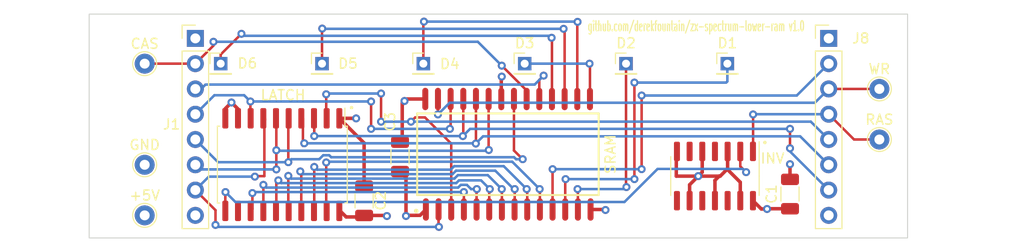
<source format=kicad_pcb>
(kicad_pcb (version 20211014) (generator pcbnew)
  (layers (0 "F.Cu" signal) (1 "In1.Cu" power) (2 "In2.Cu" power) (31 "B.Cu" signal) (34 "B.Paste" user) (35 "F.Paste" user) (36 "B.SilkS" user "B.Silkscreen") (37 "F.SilkS" user "F.Silkscreen") (38 "B.Mask" user) (39 "F.Mask" user) (44 "Edge.Cuts" user))
  (net 0 "")
  (net 1 "+5V")
  (net 2 "GND")
  (net 3 "ZX_CAS")
  (net 4 "ZX_D7")
  (net 5 "ZX_A6")
  (net 6 "ZX_A3")
  (net 7 "ZX_A4")
  (net 8 "ZX_A5")
  (net 9 "ZX_D6")
  (net 10 "ZX_D5")
  (net 11 "ZX_D4")
  (net 12 "ZX_D3")
  (net 13 "ZX_D2")
  (net 14 "ZX_D1")
  (net 16 "ZX_D0")
  (net 17 "ZX_WRITE")
  (net 18 "ZX_RAS")
  (net 19 "ZX_A0")
  (net 20 "ZX_A2")
  (net 21 "ZX_A1")
  (net 23 "RAS_INV")
  (net 30 "RAS_A6")
  (net 31 "RAS_A5")
  (net 32 "RAS_A4")
  (net 33 "RAS_A3")
  (net 34 "RAS_A2")
  (net 35 "RAS_A1")
  (net 36 "RAS_A0")
  (footprint "Connector_PinHeader_2.00mm:PinHeader_1x01_P2.00mm_Vertical" (layer "F.Cu") (at 121.92 88.9)
    (fp_text reference "D6" (at 2.68 -0.03) (layer "F.SilkS"))
    (fp_text value "D6")
    (fp_line (start -1.06 0) (end -1.06 -1.06) (layer "F.SilkS") (width 0.12))
    (fp_line (start 1.06 1) (end 1.06 1.06) (layer "F.SilkS") (width 0.12))
    (fp_line (start -1.06 1) (end -1.06 1.06) (layer "F.SilkS") (width 0.12))
    (fp_line (start -1.06 -1.06) (end 0 -1.06) (layer "F.SilkS") (width 0.12))
    (fp_line (start -1.06 1.06) (end 1.06 1.06) (layer "F.SilkS") (width 0.12))
    (fp_line (start -1.06 1) (end 1.06 1) (layer "F.SilkS") (width 0.12))
    (pad "1" thru_hole rect locked (at 0 0) (size 1.35 1.35) (drill 0.8) (layers *.Cu *.Mask) (net 9 "ZX_D6"))
  )
  (footprint "Connector_PinHeader_2.00mm:PinHeader_1x01_P2.00mm_Vertical" (layer "F.Cu") (at 162.56 88.9)
    (fp_text reference "D2" (at 0 -2.06) (layer "F.SilkS"))
    (fp_text value "D2")
    (fp_line (start -1.06 1) (end 1.06 1) (layer "F.SilkS") (width 0.12))
    (fp_line (start -1.06 1.06) (end 1.06 1.06) (layer "F.SilkS") (width 0.12))
    (fp_line (start -1.06 -1.06) (end 0 -1.06) (layer "F.SilkS") (width 0.12))
    (fp_line (start -1.06 1) (end -1.06 1.06) (layer "F.SilkS") (width 0.12))
    (fp_line (start -1.06 0) (end -1.06 -1.06) (layer "F.SilkS") (width 0.12))
    (fp_line (start 1.06 1) (end 1.06 1.06) (layer "F.SilkS") (width 0.12))
    (pad "1" thru_hole rect locked (at 0 0) (size 1.35 1.35) (drill 0.8) (layers *.Cu *.Mask) (net 13 "ZX_D2"))
  )
  (footprint "TestPoint:TestPoint_THTPad_D2.0mm_Drill1.0mm" (layer "F.Cu") (at 114.3 104.14)
    (fp_text reference "+5V" (at 0 -1.998) (layer "F.SilkS"))
    (fp_text value "TestPoint_THTPad_D2.0mm_Drill1.0mm")
    (fp_circle (center 0 0) (end 0 1.2) (layer "F.SilkS") (width 0.12) (fill none))
    (pad "1" thru_hole circle (at 0 0) (size 2 2) (drill 1) (layers *.Cu *.Mask) (net 1 "+5V"))
  )
  (footprint "Connector_PinHeader_2.00mm:PinHeader_1x01_P2.00mm_Vertical" (layer "F.Cu") (at 142.24 88.9)
    (fp_text reference "D4" (at 2.65 0.03) (layer "F.SilkS"))
    (fp_text value "D4")
    (fp_line (start -1.06 1) (end 1.06 1) (layer "F.SilkS") (width 0.12))
    (fp_line (start -1.06 0) (end -1.06 -1.06) (layer "F.SilkS") (width 0.12))
    (fp_line (start -1.06 -1.06) (end 0 -1.06) (layer "F.SilkS") (width 0.12))
    (fp_line (start -1.06 1) (end -1.06 1.06) (layer "F.SilkS") (width 0.12))
    (fp_line (start -1.06 1.06) (end 1.06 1.06) (layer "F.SilkS") (width 0.12))
    (fp_line (start 1.06 1) (end 1.06 1.06) (layer "F.SilkS") (width 0.12))
    (pad "1" thru_hole rect locked (at 0 0) (size 1.35 1.35) (drill 0.8) (layers *.Cu *.Mask) (net 11 "ZX_D4"))
  )
  (footprint "TestPoint:TestPoint_THTPad_D2.0mm_Drill1.0mm" (layer "F.Cu") (at 114.3 99.06)
    (fp_text reference "GND" (at 0 -1.998) (layer "F.SilkS"))
    (fp_text value "TestPoint_THTPad_D2.0mm_Drill1.0mm")
    (fp_circle (center 0 0) (end 0 1.2) (layer "F.SilkS") (width 0.12) (fill none))
    (pad "1" thru_hole circle (at 0 0) (size 2 2) (drill 1) (layers *.Cu *.Mask) (net 2 "GND"))
  )
  (footprint "Library:SOIC127P1210X305-28N" (layer "F.Cu") (at 150.718809 98 90)
    (fp_text reference "SRAM" (at 0 10.281191 90) (layer "F.SilkS") (effects (font (size 1.00137 1.00137))))
    (fp_text value "IS62C256AL-45ULI")
    (fp_line (start 4.1 -9.1) (end 4.1 9.1) (layer "F.SilkS") (width 0.2))
    (fp_line (start 4.1 9.1) (end -4.1 9.1) (layer "F.SilkS") (width 0.2))
    (fp_line (start -4.1 -9.1) (end 4.1 -9.1) (layer "F.SilkS") (width 0.2))
    (fp_line (start -4.1 9.1) (end -4.1 -9.1) (layer "F.SilkS") (width 0.2))
    (fp_circle (center -5.7 -9.2) (end -5.476394 -9.2) (layer "F.SilkS") (width 0) (fill solid))
    (pad "1" smd oval locked (at -5.55 -8.225 90) (size 2.25 0.6) (layers "F.Cu" "F.Paste" "F.Mask") (net 2 "GND"))
    (pad "2" smd oval locked (at -5.55 -6.955 90) (size 2.25 0.6) (layers "F.Cu" "F.Paste" "F.Mask") (net 8 "ZX_A5"))
    (pad "3" smd oval locked (at -5.55 -5.685 90) (size 2.25 0.6) (layers "F.Cu" "F.Paste" "F.Mask") (net 19 "ZX_A0"))
    (pad "4" smd oval locked (at -5.55 -4.415 90) (size 2.25 0.6) (layers "F.Cu" "F.Paste" "F.Mask") (net 30 "RAS_A6"))
    (pad "5" smd oval locked (at -5.55 -3.145 90) (size 2.25 0.6) (layers "F.Cu" "F.Paste" "F.Mask") (net 31 "RAS_A5"))
    (pad "6" smd oval locked (at -5.55 -1.875 90) (size 2.25 0.6) (layers "F.Cu" "F.Paste" "F.Mask") (net 32 "RAS_A4"))
    (pad "7" smd oval locked (at -5.55 -0.605 90) (size 2.25 0.6) (layers "F.Cu" "F.Paste" "F.Mask") (net 33 "RAS_A3"))
    (pad "8" smd oval locked (at -5.55 0.665 90) (size 2.25 0.6) (layers "F.Cu" "F.Paste" "F.Mask") (net 34 "RAS_A2"))
    (pad "9" smd oval locked (at -5.55 1.935 90) (size 2.25 0.6) (layers "F.Cu" "F.Paste" "F.Mask") (net 35 "RAS_A1"))
    (pad "10" smd oval locked (at -5.55 3.205 90) (size 2.25 0.6) (layers "F.Cu" "F.Paste" "F.Mask") (net 36 "RAS_A0"))
    (pad "11" smd oval locked (at -5.55 4.475 90) (size 2.25 0.6) (layers "F.Cu" "F.Paste" "F.Mask") (net 16 "ZX_D0"))
    (pad "12" smd oval locked (at -5.55 5.745 90) (size 2.25 0.6) (layers "F.Cu" "F.Paste" "F.Mask") (net 14 "ZX_D1"))
    (pad "13" smd oval locked (at -5.55 7.015 90) (size 2.25 0.6) (layers "F.Cu" "F.Paste" "F.Mask") (net 13 "ZX_D2"))
    (pad "14" smd oval locked (at -5.55 8.285 90) (size 2.25 0.6) (layers "F.Cu" "F.Paste" "F.Mask") (net 2 "GND"))
    (pad "15" smd oval locked (at 5.55 8.225 270) (size 2.25 0.6) (layers "F.Cu" "F.Paste" "F.Mask") (net 12 "ZX_D3"))
    (pad "16" smd oval locked (at 5.55 6.955 270) (size 2.25 0.6) (layers "F.Cu" "F.Paste" "F.Mask") (net 11 "ZX_D4"))
    (pad "17" smd oval locked (at 5.55 5.685 270) (size 2.25 0.6) (layers "F.Cu" "F.Paste" "F.Mask") (net 10 "ZX_D5"))
    (pad "18" smd oval locked (at 5.55 4.415 270) (size 2.25 0.6) (layers "F.Cu" "F.Paste" "F.Mask") (net 9 "ZX_D6"))
    (pad "19" smd oval locked (at 5.55 3.145 270) (size 2.25 0.6) (layers "F.Cu" "F.Paste" "F.Mask") (net 4 "ZX_D7"))
    (pad "20" smd oval locked (at 5.55 1.875 270) (size 2.25 0.6) (layers "F.Cu" "F.Paste" "F.Mask") (net 3 "ZX_CAS"))
    (pad "21" smd oval locked (at 5.55 0.605 270) (size 2.25 0.6) (layers "F.Cu" "F.Paste" "F.Mask") (net 6 "ZX_A3"))
    (pad "22" smd oval locked (at 5.55 -0.665 270) (size 2.25 0.6) (layers "F.Cu" "F.Paste" "F.Mask") (net 2 "GND"))
    (pad "23" smd oval locked (at 5.55 -1.935 270) (size 2.25 0.6) (layers "F.Cu" "F.Paste" "F.Mask") (net 7 "ZX_A4"))
    (pad "24" smd oval locked (at 5.55 -3.205 270) (size 2.25 0.6) (layers "F.Cu" "F.Paste" "F.Mask") (net 20 "ZX_A2"))
    (pad "25" smd oval locked (at 5.55 -4.475 270) (size 2.25 0.6) (layers "F.Cu" "F.Paste" "F.Mask") (net 21 "ZX_A1"))
    (pad "26" smd oval locked (at 5.55 -5.745 270) (size 2.25 0.6) (layers "F.Cu" "F.Paste" "F.Mask") (net 5 "ZX_A6"))
    (pad "27" smd oval locked (at 5.55 -7.015 270) (size 2.25 0.6) (layers "F.Cu" "F.Paste" "F.Mask") (net 17 "ZX_WRITE"))
    (pad "28" smd oval locked (at 5.55 -8.285 270) (size 2.25 0.6) (layers "F.Cu" "F.Paste" "F.Mask") (net 1 "+5V"))
  )
  (footprint "TestPoint:TestPoint_THTPad_D2.0mm_Drill1.0mm" (layer "F.Cu") (at 114.3 88.9)
    (fp_text reference "CAS" (at 0 -1.998) (layer "F.SilkS"))
    (fp_text value "TestPoint_THTPad_D2.0mm_Drill1.0mm")
    (fp_circle (center 0 0) (end 0 1.2) (layer "F.SilkS") (width 0.12) (fill none))
    (pad "1" thru_hole circle (at 0 0) (size 2 2) (drill 1) (layers *.Cu *.Mask) (net 3 "ZX_CAS"))
  )
  (footprint "Connector_PinHeader_2.54mm:PinHeader_1x08_P2.54mm_Vertical" (layer "F.Cu") (at 119.38 86.36)
    (fp_text reference "J1" (at -2.38 8.64) (layer "F.SilkS"))
    (fp_text value "Conn_01x08_Male")
    (fp_line (start -1.33 0) (end -1.33 -1.33) (layer "F.SilkS") (width 0.12))
    (fp_line (start -1.33 19.11) (end 1.33 19.11) (layer "F.SilkS") (width 0.12))
    (fp_line (start 1.33 1.27) (end 1.33 19.11) (layer "F.SilkS") (width 0.12))
    (fp_line (start -1.33 1.27) (end -1.33 19.11) (layer "F.SilkS") (width 0.12))
    (fp_line (start -1.33 -1.33) (end 0 -1.33) (layer "F.SilkS") (width 0.12))
    (fp_line (start -1.33 1.27) (end 1.33 1.27) (layer "F.SilkS") (width 0.12))
    (pad "1" thru_hole rect locked (at 0 0) (size 1.7 1.7) (drill 1) (layers *.Cu *.Mask) (net 2 "GND"))
    (pad "2" thru_hole oval locked (at 0 2.54) (size 1.7 1.7) (drill 1) (layers *.Cu *.Mask) (net 3 "ZX_CAS"))
    (pad "3" thru_hole oval locked (at 0 5.08) (size 1.7 1.7) (drill 1) (layers *.Cu *.Mask) (net 4 "ZX_D7"))
    (pad "4" thru_hole oval locked (at 0 7.62) (size 1.7 1.7) (drill 1) (layers *.Cu *.Mask) (net 5 "ZX_A6"))
    (pad "5" thru_hole oval locked (at 0 10.16) (size 1.7 1.7) (drill 1) (layers *.Cu *.Mask) (net 6 "ZX_A3"))
    (pad "6" thru_hole oval locked (at 0 12.7) (size 1.7 1.7) (drill 1) (layers *.Cu *.Mask) (net 7 "ZX_A4"))
    (pad "7" thru_hole oval locked (at 0 15.24) (size 1.7 1.7) (drill 1) (layers *.Cu *.Mask) (net 8 "ZX_A5"))
    (pad "8" thru_hole oval locked (at 0 17.78) (size 1.7 1.7) (drill 1) (layers *.Cu *.Mask) (net 1 "+5V"))
  )
  (footprint "Capacitor_SMD:C_1206_3216Metric" (layer "F.Cu") (at 179 102 90)
    (fp_text reference "C1" (at 0 -1.85 90) (layer "F.SilkS"))
    (fp_text value "C_Small")
    (fp_line (start -0.711252 -0.91) (end 0.711252 -0.91) (layer "F.SilkS") (width 0.12))
    (fp_line (start -0.711252 0.91) (end 0.711252 0.91) (layer "F.SilkS") (width 0.12))
    (pad "1" smd roundrect locked (at -1.475 0 90) (size 1.15 1.8) (layers "F.Cu" "F.Paste" "F.Mask") (roundrect_rratio 0.217391) (net 1 "+5V"))
    (pad "2" smd roundrect locked (at 1.475 0 90) (size 1.15 1.8) (layers "F.Cu" "F.Paste" "F.Mask") (roundrect_rratio 0.217391) (net 2 "GND"))
  )
  (footprint "Capacitor_SMD:C_1206_3216Metric" (layer "F.Cu") (at 136.3 102.675 90)
    (fp_text reference "C2" (at 0 1.659826 90) (layer "F.SilkS"))
    (fp_text value "C_Small")
    (fp_line (start -0.711252 0.91) (end 0.711252 0.91) (layer "F.SilkS") (width 0.12))
    (fp_line (start -0.711252 -0.91) (end 0.711252 -0.91) (layer "F.SilkS") (width 0.12))
    (pad "1" smd roundrect locked (at -1.475 0 90) (size 1.15 1.8) (layers "F.Cu" "F.Paste" "F.Mask") (roundrect_rratio 0.217391) (net 1 "+5V"))
    (pad "2" smd roundrect locked (at 1.475 0 90) (size 1.15 1.8) (layers "F.Cu" "F.Paste" "F.Mask") (roundrect_rratio 0.217391) (net 2 "GND"))
  )
  (footprint "Connector_PinHeader_2.54mm:PinHeader_1x08_P2.54mm_Vertical" (layer "F.Cu") (at 182.88 86.36)
    (fp_text reference "J8" (at 3.22 0) (layer "F.SilkS"))
    (fp_text value "Conn_01x08_Male")
    (fp_line (start -1.33 0) (end -1.33 -1.33) (layer "F.SilkS") (width 0.12))
    (fp_line (start -1.33 1.27) (end -1.33 19.11) (layer "F.SilkS") (width 0.12))
    (fp_line (start 1.33 1.27) (end 1.33 19.11) (layer "F.SilkS") (width 0.12))
    (fp_line (start -1.33 1.27) (end 1.33 1.27) (layer "F.SilkS") (width 0.12))
    (fp_line (start -1.33 19.11) (end 1.33 19.11) (layer "F.SilkS") (width 0.12))
    (fp_line (start -1.33 -1.33) (end 0 -1.33) (layer "F.SilkS") (width 0.12))
    (pad "1" thru_hole rect locked (at 0 0) (size 1.7 1.7) (drill 1) (layers *.Cu *.Mask))
    (pad "2" thru_hole oval locked (at 0 2.54) (size 1.7 1.7) (drill 1) (layers *.Cu *.Mask) (net 16 "ZX_D0"))
    (pad "3" thru_hole oval locked (at 0 5.08) (size 1.7 1.7) (drill 1) (layers *.Cu *.Mask) (net 17 "ZX_WRITE"))
    (pad "4" thru_hole oval locked (at 0 7.62) (size 1.7 1.7) (drill 1) (layers *.Cu *.Mask) (net 18 "ZX_RAS"))
    (pad "5" thru_hole oval locked (at 0 10.16) (size 1.7 1.7) (drill 1) (layers *.Cu *.Mask) (net 19 "ZX_A0"))
    (pad "6" thru_hole oval locked (at 0 12.7) (size 1.7 1.7) (drill 1) (layers *.Cu *.Mask) (net 20 "ZX_A2"))
    (pad "7" thru_hole oval locked (at 0 15.24) (size 1.7 1.7) (drill 1) (layers *.Cu *.Mask) (net 21 "ZX_A1"))
    (pad "8" thru_hole oval locked (at 0 17.78) (size 1.7 1.7) (drill 1) (layers *.Cu *.Mask))
  )
  (footprint "Connector_PinHeader_2.00mm:PinHeader_1x01_P2.00mm_Vertical" (layer "F.Cu") (at 132.08 88.9)
    (fp_text reference "D5" (at 2.6 -0.01) (layer "F.SilkS"))
    (fp_text value "D5")
    (fp_line (start 1.06 1) (end 1.06 1.06) (layer "F.SilkS") (width 0.12))
    (fp_line (start -1.06 1.06) (end 1.06 1.06) (layer "F.SilkS") (width 0.12))
    (fp_line (start -1.06 -1.06) (end 0 -1.06) (layer "F.SilkS") (width 0.12))
    (fp_line (start -1.06 1) (end -1.06 1.06) (layer "F.SilkS") (width 0.12))
    (fp_line (start -1.06 0) (end -1.06 -1.06) (layer "F.SilkS") (width 0.12))
    (fp_line (start -1.06 1) (end 1.06 1) (layer "F.SilkS") (width 0.12))
    (pad "1" thru_hole rect locked (at 0 0) (size 1.35 1.35) (drill 0.8) (layers *.Cu *.Mask) (net 10 "ZX_D5"))
  )
  (footprint "Connector_PinHeader_2.00mm:PinHeader_1x01_P2.00mm_Vertical" (layer "F.Cu") (at 172.72 88.9)
    (fp_text reference "D1" (at 0 -2.06) (layer "F.SilkS"))
    (fp_text value "D1")
    (fp_line (start -1.06 1.06) (end 1.06 1.06) (layer "F.SilkS") (width 0.12))
    (fp_line (start -1.06 0) (end -1.06 -1.06) (layer "F.SilkS") (width 0.12))
    (fp_line (start -1.06 -1.06) (end 0 -1.06) (layer "F.SilkS") (width 0.12))
    (fp_line (start -1.06 1) (end -1.06 1.06) (layer "F.SilkS") (width 0.12))
    (fp_line (start -1.06 1) (end 1.06 1) (layer "F.SilkS") (width 0.12))
    (fp_line (start 1.06 1) (end 1.06 1.06) (layer "F.SilkS") (width 0.12))
    (pad "1" thru_hole rect locked (at 0 0) (size 1.35 1.35) (drill 0.8) (layers *.Cu *.Mask) (net 14 "ZX_D1"))
  )
  (footprint "Package_SO:SOIC-20W_7.5x12.8mm_P1.27mm" (layer "F.Cu") (at 128.1 99.04 -90)
    (fp_text reference "LATCH" (at -6.98 -0.07) (layer "F.SilkS"))
    (fp_text value "74HCT574")
    (fp_line (start 0 6.51) (end 3.86 6.51) (layer "F.SilkS") (width 0.12))
    (fp_line (start 3.86 6.51) (end 3.86 6.275) (layer "F.SilkS") (width 0.12))
    (fp_line (start -3.86 -6.51) (end -3.86 -6.275) (layer "F.SilkS") (width 0.12))
    (fp_line (start 0 -6.51) (end 3.86 -6.51) (layer "F.SilkS") (width 0.12))
    (fp_line (start 0 6.51) (end -3.86 6.51) (layer "F.SilkS") (width 0.12))
    (fp_line (start -3.86 6.51) (end -3.86 6.275) (layer "F.SilkS") (width 0.12))
    (fp_line (start 0 -6.51) (end -3.86 -6.51) (layer "F.SilkS") (width 0.12))
    (fp_line (start 3.86 -6.51) (end 3.86 -6.275) (layer "F.SilkS") (width 0.12))
    (fp_line (start -3.86 -6.275) (end -5.675 -6.275) (layer "F.SilkS") (width 0.12))
    (pad "1" smd roundrect locked (at -4.65 -5.715 270) (size 2.05 0.6) (layers "F.Cu" "F.Paste" "F.Mask") (net 2 "GND"))
    (pad "2" smd roundrect locked (at -4.65 -4.445 270) (size 2.05 0.6) (layers "F.Cu" "F.Paste" "F.Mask") (net 19 "ZX_A0"))
    (pad "3" smd roundrect locked (at -4.65 -3.175 270) (size 2.05 0.6) (layers "F.Cu" "F.Paste" "F.Mask") (net 21 "ZX_A1"))
    (pad "4" smd roundrect locked (at -4.65 -1.905 270) (size 2.05 0.6) (layers "F.Cu" "F.Paste" "F.Mask") (net 20 "ZX_A2"))
    (pad "5" smd roundrect locked (at -4.65 -0.635 270) (size 2.05 0.6) (layers "F.Cu" "F.Paste" "F.Mask") (net 6 "ZX_A3"))
    (pad "6" smd roundrect locked (at -4.65 0.635 270) (size 2.05 0.6) (layers "F.Cu" "F.Paste" "F.Mask") (net 7 "ZX_A4"))
    (pad "7" smd roundrect locked (at -4.65 1.905 270) (size 2.05 0.6) (layers "F.Cu" "F.Paste" "F.Mask") (net 8 "ZX_A5"))
    (pad "8" smd roundrect locked (at -4.65 3.175 270) (size 2.05 0.6) (layers "F.Cu" "F.Paste" "F.Mask") (net 5 "ZX_A6"))
    (pad "9" smd roundrect locked (at -4.65 4.445 270) (size 2.05 0.6) (layers "F.Cu" "F.Paste" "F.Mask") (net 2 "GND"))
    (pad "10" smd roundrect locked (at -4.65 5.715 270) (size 2.05 0.6) (layers "F.Cu" "F.Paste" "F.Mask") (net 2 "GND"))
    (pad "11" smd roundrect locked (at 4.65 5.715 270) (size 2.05 0.6) (layers "F.Cu" "F.Paste" "F.Mask") (net 23 "RAS_INV"))
    (pad "12" smd roundrect locked (at 4.65 4.445 270) (size 2.05 0.6) (layers "F.Cu" "F.Paste" "F.Mask"))
    (pad "13" smd roundrect locked (at 4.65 3.175 270) (size 2.05 0.6) (layers "F.Cu" "F.Paste" "F.Mask") (net 30 "RAS_A6"))
    (pad "14" smd roundrect locked (at 4.65 1.905 270) (size 2.05 0.6) (layers "F.Cu" "F.Paste" "F.Mask") (net 31 "RAS_A5"))
    (pad "15" smd roundrect locked (at 4.65 0.635 270) (size 2.05 0.6) (layers "F.Cu" "F.Paste" "F.Mask") (net 32 "RAS_A4"))
    (pad "16" smd roundrect locked (at 4.65 -0.635 270) (size 2.05 0.6) (layers "F.Cu" "F.Paste" "F.Mask") (net 33 "RAS_A3"))
    (pad "17" smd roundrect locked (at 4.65 -1.905 270) (size 2.05 0.6) (layers "F.Cu" "F.Paste" "F.Mask") (net 34 "RAS_A2"))
    (pad "18" smd roundrect locked (at 4.65 -3.175 270) (size 2.05 0.6) (layers "F.Cu" "F.Paste" "F.Mask") (net 35 "RAS_A1"))
    (pad "19" smd roundrect locked (at 4.65 -4.445 270) (size 2.05 0.6) (layers "F.Cu" "F.Paste" "F.Mask") (net 36 "RAS_A0"))
    (pad "20" smd roundrect locked (at 4.65 -5.715 270) (size 2.05 0.6) (layers "F.Cu" "F.Paste" "F.Mask") (net 1 "+5V"))
  )
  (footprint "Package_SO:SOIC-14_3.9x8.7mm_P1.27mm" (layer "F.Cu") (at 171.475 100.19 -90)
    (fp_text reference "INV" (at -1.77 -5.775) (layer "F.SilkS"))
    (fp_text value "74HCT04")
    (fp_line (start 0 -4.435) (end 1.95 -4.435) (layer "F.SilkS") (width 0.12))
    (fp_line (start 0 4.435) (end -1.95 4.435) (layer "F.SilkS") (width 0.12))
    (fp_line (start 0 4.435) (end 1.95 4.435) (layer "F.SilkS") (width 0.12))
    (fp_line (start 0 -4.435) (end -3.45 -4.435) (layer "F.SilkS") (width 0.12))
    (pad "1" smd roundrect locked (at -2.475 -3.81 270) (size 1.95 0.6) (layers "F.Cu" "F.Paste" "F.Mask") (net 18 "ZX_RAS"))
    (pad "2" smd roundrect locked (at -2.475 -2.54 270) (size 1.95 0.6) (layers "F.Cu" "F.Paste" "F.Mask") (net 23 "RAS_INV"))
    (pad "3" smd roundrect locked (at -2.475 -1.27 270) (size 1.95 0.6) (layers "F.Cu" "F.Paste" "F.Mask") (net 2 "GND"))
    (pad "4" smd roundrect locked (at -2.475 0 270) (size 1.95 0.6) (layers "F.Cu" "F.Paste" "F.Mask"))
    (pad "5" smd roundrect locked (at -2.475 1.27 270) (size 1.95 0.6) (layers "F.Cu" "F.Paste" "F.Mask") (net 2 "GND"))
    (pad "6" smd roundrect locked (at -2.475 2.54 270) (size 1.95 0.6) (layers "F.Cu" "F.Paste" "F.Mask"))
    (pad "7" smd roundrect locked (at -2.475 3.81 270) (size 1.95 0.6) (layers "F.Cu" "F.Paste" "F.Mask") (net 2 "GND"))
    (pad "8" smd roundrect locked (at 2.475 3.81 270) (size 1.95 0.6) (layers "F.Cu" "F.Paste" "F.Mask"))
    (pad "9" smd roundrect locked (at 2.475 2.54 270) (size 1.95 0.6) (layers "F.Cu" "F.Paste" "F.Mask") (net 2 "GND"))
    (pad "10" smd roundrect locked (at 2.475 1.27 270) (size 1.95 0.6) (layers "F.Cu" "F.Paste" "F.Mask"))
    (pad "11" smd roundrect locked (at 2.475 0 270) (size 1.95 0.6) (layers "F.Cu" "F.Paste" "F.Mask") (net 2 "GND"))
    (pad "12" smd roundrect locked (at 2.475 -1.27 270) (size 1.95 0.6) (layers "F.Cu" "F.Paste" "F.Mask"))
    (pad "13" smd roundrect locked (at 2.475 -2.54 270) (size 1.95 0.6) (layers "F.Cu" "F.Paste" "F.Mask") (net 2 "GND"))
    (pad "14" smd roundrect locked (at 2.475 -3.81 270) (size 1.95 0.6) (layers "F.Cu" "F.Paste" "F.Mask") (net 1 "+5V"))
  )
  (footprint "TestPoint:TestPoint_THTPad_D2.0mm_Drill1.0mm" (layer "F.Cu") (at 187.96 96.52)
    (fp_text reference "RAS" (at 0 -1.998) (layer "F.SilkS"))
    (fp_text value "TestPoint_THTPad_D2.0mm_Drill1.0mm")
    (fp_circle (center 0 0) (end 0 1.2) (layer "F.SilkS") (width 0.12) (fill none))
    (pad "1" thru_hole circle (at 0 0) (size 2 2) (drill 1) (layers *.Cu *.Mask) (net 18 "ZX_RAS"))
  )
  (footprint "Connector_PinHeader_2.00mm:PinHeader_1x01_P2.00mm_Vertical" (layer "F.Cu") (at 152.4 88.9)
    (fp_text reference "D3" (at 0 -2.06) (layer "F.SilkS"))
    (fp_text value "D3")
    (fp_line (start -1.06 1.06) (end 1.06 1.06) (layer "F.SilkS") (width 0.12))
    (fp_line (start -1.06 0) (end -1.06 -1.06) (layer "F.SilkS") (width 0.12))
    (fp_line (start 1.06 1) (end 1.06 1.06) (layer "F.SilkS") (width 0.12))
    (fp_line (start -1.06 1) (end 1.06 1) (layer "F.SilkS") (width 0.12))
    (fp_line (start -1.06 1) (end -1.06 1.06) (layer "F.SilkS") (width 0.12))
    (fp_line (start -1.06 -1.06) (end 0 -1.06) (layer "F.SilkS") (width 0.12))
    (pad "1" thru_hole rect locked (at 0 0) (size 1.35 1.35) (drill 0.8) (layers *.Cu *.Mask) (net 12 "ZX_D3"))
  )
  (footprint "Capacitor_SMD:C_1206_3216Metric" (layer "F.Cu") (at 139.9 98.264583 -90)
    (fp_text reference "C3" (at -3.525 1 90) (layer "F.SilkS"))
    (fp_text value "C_Small")
    (fp_line (start -0.711252 -0.91) (end 0.711252 -0.91) (layer "F.SilkS") (width 0.12))
    (fp_line (start -0.711252 0.91) (end 0.711252 0.91) (layer "F.SilkS") (width 0.12))
    (pad "1" smd roundrect (at -1.475 0 270) (size 1.15 1.8) (layers "F.Cu" "F.Paste" "F.Mask") (roundrect_rratio 0.217391) (net 1 "+5V"))
    (pad "2" smd roundrect (at 1.475 0 270) (size 1.15 1.8) (layers "F.Cu" "F.Paste" "F.Mask") (roundrect_rratio 0.217391) (net 2 "GND"))
  )
  (footprint "TestPoint:TestPoint_THTPad_D2.0mm_Drill1.0mm" (layer "F.Cu") (at 187.96 91.44)
    (fp_text reference "WR" (at 0 -1.998) (layer "F.SilkS"))
    (fp_text value "TestPoint_THTPad_D2.0mm_Drill1.0mm")
    (fp_circle (center 0 0) (end 0 1.2) (layer "F.SilkS") (width 0.12) (fill none))
    (pad "1" thru_hole circle (at 0 0) (size 2 2) (drill 1) (layers *.Cu *.Mask) (net 17 "ZX_WRITE"))
  )
  (gr_circle (center 135.04 93.32) (end 135.14 93.32) (layer "F.SilkS") (width 0.15) (fill none))
  (gr_circle (center 176.48 96.82) (end 176.58 96.82) (layer "F.SilkS") (width 0.15) (fill none))
  (gr_rect locked (start 108.735694 83.921454) (end 190.788015 106.408096) (layer "Edge.Cuts") (width 0.1) (fill none))
  (gr_text "github.com/derekfountain/zx-spectrum-lower-ram v1.0" (at 169.59 85.13) (layer "F.SilkS") (effects (font (size 1 0.5) (thickness 0.125))))
  (segment (start 133.815 103.69) (end 133.89 103.69) (width 0.35) (layer "F.Cu") (net 1))
  (segment (start 176.725 103.475) (end 179 103.475) (width 0.35) (layer "F.Cu") (net 1))
  (segment (start 176.7 103.5) (end 176.12 103.5) (width 0.35) (layer "F.Cu") (net 1))
  (segment (start 140.121235 92.878765) (end 140.35 92.65) (width 0.35) (layer "F.Cu") (net 1))
  (segment (start 176.12 103.5) (end 175.285 102.665) (width 0.35) (layer "F.Cu") (net 1))
  (segment (start 134.5 104.3) (end 136.15 104.3) (width 0.35) (layer "F.Cu") (net 1))
  (segment (start 140.35 92.65) (end 140.55 92.45) (width 0.35) (layer "F.Cu") (net 1))
  (segment (start 133.89 103.69) (end 134.5 104.3) (width 0.35) (layer "F.Cu") (net 1))
  (segment (start 138.529739 104.15) (end 138.585685 104.205946) (width 0.35) (layer "F.Cu") (net 1))
  (segment (start 136.3 104.15) (end 138.529739 104.15) (width 0.35) (layer "F.Cu") (net 1))
  (segment (start 140.121235 96.568348) (end 140.121235 92.878765) (width 0.35) (layer "F.Cu") (net 1))
  (segment (start 139.9 96.789583) (end 140.121235 96.568348) (width 0.35) (layer "F.Cu") (net 1))
  (segment (start 140.55 92.45) (end 142.433809 92.45) (width 0.35) (layer "F.Cu") (net 1))
  (segment (start 176.7 103.5) (end 176.725 103.475) (width 0.35) (layer "F.Cu") (net 1))
  (via (at 138.585685 104.205946) (size 0.8) (drill 0.4) (layers "F.Cu" "B.Cu") (net 1))
  (via (at 176.7 103.5) (size 0.8) (drill 0.4) (layers "F.Cu" "B.Cu") (net 1))
  (via (at 140.35 92.65) (size 0.8) (drill 0.4) (layers "F.Cu" "B.Cu") (net 1))
  (segment (start 141.903809 104.14) (end 140.56 104.14) (width 0.35) (layer "F.Cu") (net 2))
  (segment (start 136.3 96.875) (end 136.3 101.2) (width 0.35) (layer "F.Cu") (net 2))
  (segment (start 140.5 104.2) (end 140.5 100.339583) (width 0.35) (layer "F.Cu") (net 2))
  (segment (start 167.6 100.2) (end 167.6 97.78) (width 0.35) (layer "F.Cu") (net 2))
  (segment (start 172.745 99.455) (end 172.7 99.5) (width 0.35) (layer "F.Cu") (net 2))
  (segment (start 169.8 100.2) (end 170.2 99.8) (width 0.35) (layer "F.Cu") (net 2))
  (segment (start 159.003809 103.55) (end 160.45 103.55) (width 0.35) (layer "F.Cu") (net 2))
  (segment (start 167.6 97.78) (end 167.665 97.715) (width 0.35) (layer "F.Cu") (net 2))
  (segment (start 172.7 99.5) (end 172 100.2) (width 0.35) (layer "F.Cu") (net 2))
  (segment (start 171.9 100.2) (end 169.8 100.2) (width 0.35) (layer "F.Cu") (net 2))
  (segment (start 135.49 94.39) (end 135.5 94.4) (width 0.35) (layer "F.Cu") (net 2))
  (segment (start 174.015 102.665) (end 174.015 100.815) (width 0.35) (layer "F.Cu") (net 2))
  (segment (start 140.5 100.339583) (end 139.9 99.739583) (width 0.35) (layer "F.Cu") (net 2))
  (segment (start 133.815 94.39) (end 135.49 94.39) (width 0.35) (layer "F.Cu") (net 2))
  (segment (start 170.2 99.8) (end 170.2 97.72) (width 0.35) (layer "F.Cu") (net 2))
  (segment (start 160.45 103.55) (end 160.5 103.6) (width 0.35) (layer "F.Cu") (net 2))
  (segment (start 172.745 97.715) (end 172.745 99.455) (width 0.35) (layer "F.Cu") (net 2))
  (segment (start 169.8 100.2) (end 167.6 100.2) (width 0.35) (layer "F.Cu") (net 2))
  (segment (start 142.493809 103.55) (end 141.903809 104.14) (width 0.35) (layer "F.Cu") (net 2))
  (segment (start 171.475 102.665) (end 171.475 100.625) (width 0.35) (layer "F.Cu") (net 2))
  (segment (start 140.56 104.14) (end 140.5 104.2) (width 0.35) (layer "F.Cu") (net 2))
  (segment (start 122.385 93.415) (end 123 92.8) (width 0.35) (layer "F.Cu") (net 2))
  (segment (start 123.655 93.455) (end 123 92.8) (width 0.35) (layer "F.Cu") (net 2))
  (segment (start 133.815 94.39) (end 136.3 96.875) (width 0.35) (layer "F.Cu") (net 2))
  (segment (start 168.935 101.065) (end 169.8 100.2) (width 0.35) (layer "F.Cu") (net 2))
  (segment (start 171.475 100.625) (end 171.9 100.2) (width 0.35) (layer "F.Cu") (net 2))
  (segment (start 172 100.2) (end 171.9 100.2) (width 0.35) (layer "F.Cu") (net 2))
  (segment (start 168.935 102.665) (end 168.935 101.065) (width 0.35) (layer "F.Cu") (net 2))
  (segment (start 174.015 100.815) (end 172.7 99.5) (width 0.35) (layer "F.Cu") (net 2))
  (segment (start 150.053809 90.246191) (end 150.1 90.2) (width 0.35) (layer "F.Cu") (net 2))
  (segment (start 150.053809 92.45) (end 150.053809 90.246191) (width 0.35) (layer "F.Cu") (net 2))
  (segment (start 170.2 97.72) (end 170.205 97.715) (width 0.35) (layer "F.Cu") (net 2))
  (segment (start 179 100.525) (end 179 99) (width 0.35) (layer "F.Cu") (net 2))
  (via (at 135.5 94.4) (size 0.8) (drill 0.4) (layers "F.Cu" "B.Cu") (net 2))
  (via (at 179 99) (size 0.8) (drill 0.4) (layers "F.Cu" "B.Cu") (net 2))
  (via (at 150.1 90.2) (size 0.8) (drill 0.4) (layers "F.Cu" "B.Cu") (net 2))
  (via (at 140.5 104.2) (size 0.8) (drill 0.4) (layers "F.Cu" "B.Cu") (net 2))
  (via (at 123 92.8) (size 0.8) (drill 0.4) (layers "F.Cu" "B.Cu") (net 2))
  (via (at 169.8 100.2) (size 0.8) (drill 0.4) (layers "F.Cu" "B.Cu") (net 2))
  (via (at 160.5 103.6) (size 0.8) (drill 0.4) (layers "F.Cu" "B.Cu") (net 2))
  (segment (start 150.1 89.1) (end 152.6 91.6) (width 0.25) (layer "F.Cu") (net 3))
  (segment (start 152.6 91.6) (end 152.6 92.443809) (width 0.25) (layer "F.Cu") (net 3))
  (segment (start 119.38 88.9) (end 114.3 88.9) (width 0.25) (layer "F.Cu") (net 3))
  (segment (start 152.6 92.443809) (end 152.593809 92.45) (width 0.25) (layer "F.Cu") (net 3))
  (segment (start 121.1955 86.7) (end 121.1955 87.0845) (width 0.25) (layer "F.Cu") (net 3))
  (segment (start 121.1955 87.0845) (end 119.38 88.9) (width 0.25) (layer "F.Cu") (net 3))
  (via (at 150.1 89.1) (size 0.8) (drill 0.4) (layers "F.Cu" "B.Cu") (net 3))
  (via (at 121.1955 86.7) (size 0.8) (drill 0.4) (layers "F.Cu" "B.Cu") (net 3))
  (segment (start 147.7 86.7) (end 150.1 89.1) (width 0.25) (layer "B.Cu") (net 3))
  (segment (start 121.1955 86.7) (end 147.7 86.7) (width 0.25) (layer "B.Cu") (net 3))
  (segment (start 154.3 90.1) (end 153.863809 90.536191) (width 0.25) (layer "F.Cu") (net 4))
  (segment (start 153.863809 90.536191) (end 153.863809 92.45) (width 0.25) (layer "F.Cu") (net 4))
  (via (at 154.3 90.1) (size 0.8) (drill 0.4) (layers "F.Cu" "B.Cu") (net 4))
  (segment (start 119.96 91.44) (end 120.4 91) (width 0.25) (layer "B.Cu") (net 4))
  (segment (start 154.3 90.1) (end 153.4 91) (width 0.25) (layer "B.Cu") (net 4))
  (segment (start 153.4 91) (end 120.4 91) (width 0.25) (layer "B.Cu") (net 4))
  (segment (start 119.38 91.44) (end 119.96 91.44) (width 0.25) (layer "B.Cu") (net 4))
  (segment (start 124.9 92.7) (end 124.9 94.365) (width 0.25) (layer "F.Cu") (net 5))
  (segment (start 137 95.451) (end 137 92.7) (width 0.25) (layer "F.Cu") (net 5))
  (segment (start 144.973809 95.377191) (end 144.9 95.451) (width 0.25) (layer "F.Cu") (net 5))
  (segment (start 124.9 94.365) (end 124.925 94.39) (width 0.25) (layer "F.Cu") (net 5))
  (segment (start 144.973809 92.45) (end 144.973809 95.377191) (width 0.25) (layer "F.Cu") (net 5))
  (via (at 137 95.451) (size 0.8) (drill 0.4) (layers "F.Cu" "B.Cu") (net 5))
  (via (at 144.9 95.451) (size 0.8) (drill 0.4) (layers "F.Cu" "B.Cu") (net 5))
  (via (at 137 92.7) (size 0.8) (drill 0.4) (layers "F.Cu" "B.Cu") (net 5))
  (via (at 124.9 92.7) (size 0.8) (drill 0.4) (layers "F.Cu" "B.Cu") (net 5))
  (segment (start 137 92.7) (end 124.9 92.7) (width 0.25) (layer "B.Cu") (net 5))
  (segment (start 124.9 92.7) (end 124.275 92.075) (width 0.25) (layer "B.Cu") (net 5))
  (segment (start 144.9 95.451) (end 137 95.451) (width 0.25) (layer "B.Cu") (net 5))
  (segment (start 121.285 92.075) (end 119.38 93.98) (width 0.25) (layer "B.Cu") (net 5))
  (segment (start 124.275 92.075) (end 121.285 92.075) (width 0.25) (layer "B.Cu") (net 5))
  (segment (start 151.323809 97.623809) (end 151.323809 92.45) (width 0.25) (layer "F.Cu") (net 6))
  (segment (start 128.7 94.605) (end 128.895 94.41) (width 0.25) (layer "F.Cu") (net 6))
  (segment (start 152.2 98.5) (end 151.323809 97.623809) (width 0.25) (layer "F.Cu") (net 6))
  (segment (start 128.7 98.8) (end 128.7 94.605) (width 0.25) (layer "F.Cu") (net 6))
  (via (at 128.7 98.8) (size 0.8) (drill 0.4) (layers "F.Cu" "B.Cu") (net 6))
  (via (at 152.2 98.5) (size 0.8) (drill 0.4) (layers "F.Cu" "B.Cu") (net 6))
  (segment (start 132.199695 98.1005) (end 132.800305 98.1005) (width 0.25) (layer "B.Cu") (net 6))
  (segment (start 132.800305 98.1005) (end 132.999805 98.3) (width 0.25) (layer "B.Cu") (net 6))
  (segment (start 128.7 98.8) (end 129 98.5) (width 0.25) (layer "B.Cu") (net 6))
  (segment (start 151.536396 98.5) (end 152.2 98.5) (width 0.25) (layer "B.Cu") (net 6))
  (segment (start 132.999805 98.3) (end 151.336396 98.3) (width 0.25) (layer "B.Cu") (net 6))
  (segment (start 128.7 98.8) (end 121.66 98.8) (width 0.25) (layer "B.Cu") (net 6))
  (segment (start 129 98.5) (end 131.800195 98.5) (width 0.25) (layer "B.Cu") (net 6))
  (segment (start 121.66 98.8) (end 119.38 96.52) (width 0.25) (layer "B.Cu") (net 6))
  (segment (start 151.336396 98.3) (end 151.536396 98.5) (width 0.25) (layer "B.Cu") (net 6))
  (segment (start 131.800195 98.5) (end 132.199695 98.1005) (width 0.25) (layer "B.Cu") (net 6))
  (segment (start 127.5 99.1) (end 127.5 99.5245) (width 0.25) (layer "F.Cu") (net 7))
  (segment (start 148.783809 97.559309) (end 148.783809 92.45) (width 0.25) (layer "F.Cu") (net 7))
  (segment (start 148.8 97.5755) (end 148.783809 97.559309) (width 0.25) (layer "F.Cu") (net 7))
  (segment (start 127.5 97.6) (end 127.5 94.535) (width 0.25) (layer "F.Cu") (net 7))
  (segment (start 127.5 97.6) (end 127.5 99.1) (width 0.25) (layer "F.Cu") (net 7))
  (via (at 127.5 97.6) (size 0.8) (drill 0.4) (layers "F.Cu" "B.Cu") (net 7))
  (via (at 148.8 97.5755) (size 0.8) (drill 0.4) (layers "F.Cu" "B.Cu") (net 7))
  (via (at 127.5 99.5245) (size 0.8) (drill 0.4) (layers "F.Cu" "B.Cu") (net 7))
  (segment (start 119.8445 99.5245) (end 119.38 99.06) (width 0.25) (layer "B.Cu") (net 7))
  (segment (start 148.7255 97.65) (end 148.8 97.5755) (width 0.25) (layer "B.Cu") (net 7))
  (segment (start 127.5 99.5245) (end 119.8445 99.5245) (width 0.25) (layer "B.Cu") (net 7))
  (segment (start 127.5 97.6) (end 127.55 97.65) (width 0.25) (layer "B.Cu") (net 7))
  (segment (start 127.55 97.65) (end 148.7255 97.65) (width 0.25) (layer "B.Cu") (net 7))
  (segment (start 125.394059 100.2) (end 125.345059 100.249) (width 0.25) (layer "F.Cu") (net 8))
  (segment (start 126.355 94.545) (end 126.3 94.6) (width 0.25) (layer "F.Cu") (net 8))
  (segment (start 143.763809 103.55) (end 143.763809 104.936191) (width 0.25) (layer "F.Cu") (net 8))
  (segment (start 143.763809 104.936191) (end 143.763809 105.263809) (width 0.25) (layer "F.Cu") (net 8))
  (segment (start 126.355 94.41) (end 126.355 94.545) (width 0.25) (layer "F.Cu") (net 8))
  (segment (start 143.763809 105.263809) (end 143.8 105.3) (width 0.25) (layer "F.Cu") (net 8))
  (segment (start 121.4 103.62) (end 119.38 101.6) (width 0.25) (layer "F.Cu") (net 8))
  (segment (start 121.4 105.1) (end 121.4 103.62) (width 0.25) (layer "F.Cu") (net 8))
  (segment (start 126.3 100.2) (end 125.394059 100.2) (width 0.25) (layer "F.Cu") (net 8))
  (segment (start 126.3 94.6) (end 126.3 100.2) (width 0.25) (layer "F.Cu") (net 8))
  (via (at 121.4 105.1) (size 0.8) (drill 0.4) (layers "F.Cu" "B.Cu") (net 8))
  (via (at 125.345059 100.249) (size 0.8) (drill 0.4) (layers "F.Cu" "B.Cu") (net 8))
  (via (at 143.8 105.3) (size 0.8) (drill 0.4) (layers "F.Cu" "B.Cu") (net 8))
  (segment (start 120.731 100.249) (end 119.38 101.6) (width 0.25) (layer "B.Cu") (net 8))
  (segment (start 121.6 105.3) (end 121.4 105.1) (width 0.25) (layer "B.Cu") (net 8))
  (segment (start 125.345059 100.249) (end 120.731 100.249) (width 0.25) (layer "B.Cu") (net 8))
  (segment (start 143.8 105.3) (end 121.6 105.3) (width 0.25) (layer "B.Cu") (net 8))
  (segment (start 155.1 86.3) (end 155.133809 86.333809) (width 0.25) (layer "F.Cu") (net 9))
  (segment (start 121.92 87.98) (end 121.92 88.9) (width 0.25) (layer "F.Cu") (net 9))
  (segment (start 124 85.9) (end 121.92 87.98) (width 0.25) (layer "F.Cu") (net 9))
  (segment (start 155.133809 86.333809) (end 155.133809 92.45) (width 0.25) (layer "F.Cu") (net 9))
  (via (at 155.1 86.3) (size 0.8) (drill 0.4) (layers "F.Cu" "B.Cu") (net 9))
  (via (at 124 85.9) (size 0.8) (drill 0.4) (layers "F.Cu" "B.Cu") (net 9))
  (segment (start 124.2 86.1) (end 154.9 86.1) (width 0.25) (layer "B.Cu") (net 9))
  (segment (start 124 85.9) (end 124.2 86.1) (width 0.25) (layer "B.Cu") (net 9))
  (segment (start 154.9 86.1) (end 155.1 86.3) (width 0.25) (layer "B.Cu") (net 9))
  (segment (start 132.1 85.3755) (end 132.08 85.3955) (width 0.25) (layer "F.Cu") (net 10))
  (segment (start 132.08 85.3955) (end 132.08 88.9) (width 0.25) (layer "F.Cu") (net 10))
  (segment (start 156.403809 85.503809) (end 156.403809 92.45) (width 0.25) (layer "F.Cu") (net 10))
  (segment (start 156.3 85.4) (end 156.403809 85.503809) (width 0.25) (layer "F.Cu") (net 10))
  (via (at 156.3 85.4) (size 0.8) (drill 0.4) (layers "F.Cu" "B.Cu") (net 10))
  (via (at 132.1 85.3755) (size 0.8) (drill 0.4) (layers "F.Cu" "B.Cu") (net 10))
  (segment (start 132.1 85.3755) (end 132.1245 85.4) (width 0.25) (layer "B.Cu") (net 10))
  (segment (start 132.1245 85.4) (end 156.3 85.4) (width 0.25) (layer "B.Cu") (net 10))
  (segment (start 142.3 84.6755) (end 142.24 84.7355) (width 0.25) (layer "F.Cu") (net 11))
  (segment (start 157.7 84.7) (end 157.673809 84.726191) (width 0.25) (layer "F.Cu") (net 11))
  (segment (start 157.673809 84.726191) (end 157.673809 92.45) (width 0.25) (layer "F.Cu") (net 11))
  (segment (start 142.24 84.7355) (end 142.24 88.9) (width 0.25) (layer "F.Cu") (net 11))
  (via (at 157.7 84.7) (size 0.8) (drill 0.4) (layers "F.Cu" "B.Cu") (net 11))
  (via (at 142.3 84.6755) (size 0.8) (drill 0.4) (layers "F.Cu" "B.Cu") (net 11))
  (segment (start 142.3005 84.675) (end 142.3 84.6755) (width 0.25) (layer "B.Cu") (net 11))
  (segment (start 157.7 84.7) (end 157.675 84.675) (width 0.25) (layer "B.Cu") (net 11))
  (segment (start 157.675 84.675) (end 142.3005 84.675) (width 0.25) (layer "B.Cu") (net 11))
  (segment (start 158.943809 88.943809) (end 158.9 88.9) (width 0.25) (layer "F.Cu") (net 12))
  (segment (start 158.943809 92.45) (end 158.943809 88.943809) (width 0.25) (layer "F.Cu") (net 12))
  (via (at 158.9 88.9) (size 0.8) (drill 0.4) (layers "F.Cu" "B.Cu") (net 12))
  (segment (start 158.9 88.9) (end 152.4 88.9) (width 0.25) (layer "B.Cu") (net 12))
  (segment (start 162.56 101.26) (end 162.56 88.9) (width 0.25) (layer "F.Cu") (net 13))
  (segment (start 162.6 101.3) (end 162.56 101.26) (width 0.25) (layer "F.Cu") (net 13))
  (segment (start 157.733809 103.55) (end 157.733809 101.533809) (width 0.25) (layer "F.Cu") (net 13))
  (segment (start 157.733809 101.533809) (end 157.7 101.5) (width 0.25) (layer "F.Cu") (net 13))
  (via (at 162.6 101.3) (size 0.8) (drill 0.4) (layers "F.Cu" "B.Cu") (net 13))
  (via (at 157.7 101.5) (size 0.8) (drill 0.4) (layers "F.Cu" "B.Cu") (net 13))
  (segment (start 162.4 101.5) (end 162.6 101.3) (width 0.25) (layer "B.Cu") (net 13))
  (segment (start 157.7 101.5) (end 162.4 101.5) (width 0.25) (layer "B.Cu") (net 13))
  (segment (start 156.463809 100.536191) (end 156.463809 103.55) (width 0.25) (layer "F.Cu") (net 14))
  (segment (start 163.4 100.5) (end 163.4 90.8) (width 0.25) (layer "F.Cu") (net 14))
  (segment (start 156.5 100.5) (end 156.463809 100.536191) (width 0.25) (layer "F.Cu") (net 14))
  (via (at 163.4 90.8) (size 0.8) (drill 0.4) (layers "F.Cu" "B.Cu") (net 14))
  (via (at 156.5 100.5) (size 0.8) (drill 0.4) (layers "F.Cu" "B.Cu") (net 14))
  (via (at 163.4 100.5) (size 0.8) (drill 0.4) (layers "F.Cu" "B.Cu") (net 14))
  (segment (start 172.72 88.9) (end 172.72 90.68) (width 0.25) (layer "B.Cu") (net 14))
  (segment (start 156.5 100.5) (end 163.4 100.5) (width 0.25) (layer "B.Cu") (net 14))
  (segment (start 172.6 90.8) (end 163.4 90.8) (width 0.25) (layer "B.Cu") (net 14))
  (segment (start 172.72 90.68) (end 172.6 90.8) (width 0.25) (layer "B.Cu") (net 14))
  (segment (start 155.193809 99.506191) (end 155.193809 103.55) (width 0.25) (layer "F.Cu") (net 16))
  (segment (start 164.1245 99.5) (end 164.1245 92.1) (width 0.25) (layer "F.Cu") (net 16))
  (segment (start 155.2 99.5) (end 155.193809 99.506191) (width 0.25) (layer "F.Cu") (net 16))
  (via (at 155.2 99.5) (size 0.8) (drill 0.4) (layers "F.Cu" "B.Cu") (net 16))
  (via (at 164.1245 99.5) (size 0.8) (drill 0.4) (layers "F.Cu" "B.Cu") (net 16))
  (via (at 164.1245 92.1) (size 0.8) (drill 0.4) (layers "F.Cu" "B.Cu") (net 16))
  (segment (start 155.2 99.5) (end 164.1245 99.5) (width 0.25) (layer "B.Cu") (net 16))
  (segment (start 164.1245 92.1) (end 179.68 92.1) (width 0.25) (layer "B.Cu") (net 16))
  (segment (start 182.88 88.9) (end 179.68 92.1) (width 0.25) (layer "B.Cu") (net 16))
  (segment (start 143.7 94) (end 143.7 92.453809) (width 0.25) (layer "F.Cu") (net 17))
  (segment (start 182.88 91.44) (end 187.96 91.44) (width 0.25) (layer "F.Cu") (net 17))
  (via (at 143.7 94) (size 0.8) (drill 0.4) (layers "F.Cu" "B.Cu") (net 17))
  (segment (start 182.88 91.44) (end 181.495 92.825) (width 0.25) (layer "B.Cu") (net 17))
  (segment (start 144.875 92.825) (end 143.7 94) (width 0.25) (layer "B.Cu") (net 17))
  (segment (start 181.495 92.825) (end 144.875 92.825) (width 0.25) (layer "B.Cu") (net 17))
  (segment (start 175.3 97.7) (end 175.285 97.715) (width 0.25) (layer "F.Cu") (net 18))
  (segment (start 185.42 96.52) (end 187.96 96.52) (width 0.25) (layer "F.Cu") (net 18))
  (segment (start 175.3 94) (end 175.3 97.7) (width 0.25) (layer "F.Cu") (net 18))
  (segment (start 182.88 93.98) (end 185.42 96.52) (width 0.25) (layer "F.Cu") (net 18))
  (via (at 175.3 94) (size 0.8) (drill 0.4) (layers "F.Cu" "B.Cu") (net 18))
  (segment (start 175.32 93.98) (end 175.3 94) (width 0.25) (layer "B.Cu") (net 18))
  (segment (start 182.88 93.98) (end 175.32 93.98) (width 0.25) (layer "B.Cu") (net 18))
  (segment (start 141.4265 94.3) (end 141 94.7265) (width 0.25) (layer "F.Cu") (net 19))
  (segment (start 145.033809 96.933809) (end 142.4 94.3) (width 0.25) (layer "F.Cu") (net 19))
  (segment (start 142.4 94.3) (end 141.4265 94.3) (width 0.25) (layer "F.Cu") (net 19))
  (segment (start 138 94.7265) (end 138 91.9) (width 0.25) (layer "F.Cu") (net 19))
  (segment (start 132.5 94.345) (end 132.545 94.39) (width 0.25) (layer "F.Cu") (net 19))
  (segment (start 132.5 91.9755) (end 132.5 94.345) (width 0.25) (layer "F.Cu") (net 19))
  (segment (start 145.033809 103.55) (end 145.033809 96.933809) (width 0.25) (layer "F.Cu") (net 19))
  (via (at 138 91.9) (size 0.8) (drill 0.4) (layers "F.Cu" "B.Cu") (net 19))
  (via (at 138 94.7265) (size 0.8) (drill 0.4) (layers "F.Cu" "B.Cu") (net 19))
  (via (at 132.5 91.9755) (size 0.8) (drill 0.4) (layers "F.Cu" "B.Cu") (net 19))
  (via (at 141 94.7265) (size 0.8) (drill 0.4) (layers "F.Cu" "B.Cu") (net 19))
  (segment (start 132.5755 91.9) (end 132.5 91.9755) (width 0.25) (layer "B.Cu") (net 19))
  (segment (start 182.88 96.52) (end 181.086 94.726) (width 0.25) (layer "B.Cu") (net 19))
  (segment (start 141.0005 94.726) (end 141 94.7265) (width 0.25) (layer "B.Cu") (net 19))
  (segment (start 138 91.9) (end 132.5755 91.9) (width 0.25) (layer "B.Cu") (net 19))
  (segment (start 181.086 94.726) (end 141.0005 94.726) (width 0.25) (layer "B.Cu") (net 19))
  (segment (start 141 94.7265) (end 138 94.7265) (width 0.25) (layer "B.Cu") (net 19))
  (segment (start 130.165 94.41) (end 130.165 97.165) (width 0.25) (layer "F.Cu") (net 20))
  (segment (start 147.513809 96.911691) (end 147.513809 92.45) (width 0.25) (layer "F.Cu") (net 20))
  (segment (start 147.5 96.9255) (end 147.513809 96.911691) (width 0.25) (layer "F.Cu") (net 20))
  (via (at 130.3 96.9) (size 0.8) (drill 0.4) (layers "F.Cu" "B.Cu") (net 20))
  (via (at 147.5 96.9255) (size 0.8) (drill 0.4) (layers "F.Cu" "B.Cu") (net 20))
  (segment (start 148.2255 96.2) (end 147.5 96.9255) (width 0.25) (layer "B.Cu") (net 20))
  (segment (start 180.02 96.2) (end 148.2255 96.2) (width 0.25) (layer "B.Cu") (net 20))
  (segment (start 147.4745 96.9) (end 130.3 96.9) (width 0.25) (layer "B.Cu") (net 20))
  (segment (start 147.5 96.9255) (end 147.4745 96.9) (width 0.25) (layer "B.Cu") (net 20))
  (segment (start 182.88 99.06) (end 180.02 96.2) (width 0.25) (layer "B.Cu") (net 20))
  (segment (start 179 97.4) (end 179 95.4505) (width 0.25) (layer "F.Cu") (net 21))
  (segment (start 131.3 96.1755) (end 131.3 94.415) (width 0.25) (layer "F.Cu") (net 21))
  (segment (start 146.2 96.1755) (end 146.243809 96.131691) (width 0.25) (layer "F.Cu") (net 21))
  (segment (start 131.3 94.415) (end 131.275 94.39) (width 0.25) (layer "F.Cu") (net 21))
  (segment (start 146.243809 96.131691) (end 146.243809 92.45) (width 0.25) (layer "F.Cu") (net 21))
  (via (at 131.3 96.1755) (size 0.8) (drill 0.4) (layers "F.Cu" "B.Cu") (net 21))
  (via (at 146.2 96.1755) (size 0.8) (drill 0.4) (layers "F.Cu" "B.Cu") (net 21))
  (via (at 179 97.4) (size 0.8) (drill 0.4) (layers "F.Cu" "B.Cu") (net 21))
  (via (at 179 95.4505) (size 0.8) (drill 0.4) (layers "F.Cu" "B.Cu") (net 21))
  (segment (start 146.925 95.4505) (end 146.2 96.1755) (width 0.25) (layer "B.Cu") (net 21))
  (segment (start 146.2 96.1755) (end 131.3 96.1755) (width 0.25) (layer "B.Cu") (net 21))
  (segment (start 179 95.4505) (end 146.925 95.4505) (width 0.25) (layer "B.Cu") (net 21))
  (segment (start 182.88 101.6) (end 179 97.72) (width 0.25) (layer "B.Cu") (net 21))
  (segment (start 179 97.72) (end 179 97.4) (width 0.25) (layer "B.Cu") (net 21))
  (segment (start 122.385 103.69) (end 122.385 101.815) (width 0.25) (layer "F.Cu") (net 23))
  (segment (start 174.015 97.715) (end 174.015 99.215) (width 0.25) (layer "F.Cu") (net 23))
  (segment (start 122.385 101.815) (end 122.4 101.8) (width 0.25) (layer "F.Cu") (net 23))
  (segment (start 174.015 99.215) (end 174.6 99.8) (width 0.25) (layer "F.Cu") (net 23))
  (via (at 174.6 99.8) (size 0.8) (drill 0.4) (layers "F.Cu" "B.Cu") (net 23))
  (via (at 122.4 101.8) (size 0.8) (drill 0.4) (layers "F.Cu" "B.Cu") (net 23))
  (segment (start 174.6 99.8) (end 174.275 99.475) (width 0.25) (layer "B.Cu") (net 23))
  (segment (start 174.275 99.475) (end 165.725 99.475) (width 0.25) (layer "B.Cu") (net 23))
  (segment (start 123.4 102.8) (end 122.4 101.8) (width 0.25) (layer "B.Cu") (net 23))
  (segment (start 123.4 102.8) (end 162.4 102.8) (width 0.25) (layer "B.Cu") (net 23))
  (segment (start 162.4 102.8) (end 165.725 99.475) (width 0.25) (layer "B.Cu") (net 23))
  (segment (start 125.1 101.9) (end 125.1 103.515) (width 0.25) (layer "F.Cu") (net 30))
  (segment (start 125.1 103.515) (end 124.925 103.69) (width 0.25) (layer "F.Cu") (net 30))
  (segment (start 146.303809 103.55) (end 146.303809 101.803809) (width 0.25) (layer "F.Cu") (net 30))
  (segment (start 146.303809 101.803809) (end 146.3 101.8) (width 0.25) (layer "F.Cu") (net 30))
  (via (at 146.3 101.8) (size 0.8) (drill 0.4) (layers "F.Cu" "B.Cu") (net 30))
  (via (at 125.1 101.9) (size 0.8) (drill 0.4) (layers "F.Cu" "B.Cu") (net 30))
  (segment (start 125.1 101.9) (end 125.2 101.8) (width 0.25) (layer "B.Cu") (net 30))
  (segment (start 125.2 101.8) (end 146.3 101.8) (width 0.25) (layer "B.Cu") (net 30))
  (segment (start 147.573809 101.526191) (end 147.573809 103.55) (width 0.25) (layer "F.Cu") (net 31))
  (segment (start 147.6 101.5) (end 147.573809 101.526191) (width 0.25) (layer "F.Cu") (net 31))
  (segment (start 126.2 101.0755) (end 126.2 103.685) (width 0.25) (layer "F.Cu") (net 31))
  (segment (start 126.2 103.685) (end 126.195 103.69) (width 0.25) (layer "F.Cu") (net 31))
  (via (at 126.2 101.0755) (size 0.8) (drill 0.4) (layers "F.Cu" "B.Cu") (net 31))
  (via (at 147.6 101.5) (size 0.8) (drill 0.4) (layers "F.Cu" "B.Cu") (net 31))
  (segment (start 145.999695 101.075) (end 145.724695 101.35) (width 0.25) (layer "B.Cu") (net 31))
  (segment (start 145.724695 101.35) (end 126.4745 101.35) (width 0.25) (layer "B.Cu") (net 31))
  (segment (start 147.025 101.5) (end 147.025 101.499695) (width 0.25) (layer "B.Cu") (net 31))
  (segment (start 146.600305 101.075) (end 145.999695 101.075) (width 0.25) (layer "B.Cu") (net 31))
  (segment (start 126.4745 101.35) (end 126.2 101.0755) (width 0.25) (layer "B.Cu") (net 31))
  (segment (start 147.025 101.499695) (end 146.600305 101.075) (width 0.25) (layer "B.Cu") (net 31))
  (segment (start 147.6 101.5) (end 147.025 101.5) (width 0.25) (layer "B.Cu") (net 31))
  (segment (start 148.843809 101.556191) (end 148.843809 103.55) (width 0.25) (layer "F.Cu") (net 32))
  (segment (start 127.5 103.655) (end 127.465 103.69) (width 0.25) (layer "F.Cu") (net 32))
  (segment (start 127.7 100.6255) (end 127.5 100.8255) (width 0.25) (layer "F.Cu") (net 32))
  (segment (start 148.9 101.5) (end 148.843809 101.556191) (width 0.25) (layer "F.Cu") (net 32))
  (segment (start 127.5 100.8255) (end 127.5 103.655) (width 0.25) (layer "F.Cu") (net 32))
  (via (at 148.9 101.5) (size 0.8) (drill 0.4) (layers "F.Cu" "B.Cu") (net 32))
  (via (at 127.7 100.6255) (size 0.8) (drill 0.4) (layers "F.Cu" "B.Cu") (net 32))
  (segment (start 127.9745 100.9) (end 127.7 100.6255) (width 0.25) (layer "B.Cu") (net 32))
  (segment (start 145.813299 100.625) (end 145.538299 100.9) (width 0.25) (layer "B.Cu") (net 32))
  (segment (start 145.538299 100.9) (end 127.9745 100.9) (width 0.25) (layer "B.Cu") (net 32))
  (segment (start 148.9 101.5) (end 148.025 100.625) (width 0.25) (layer "B.Cu") (net 32))
  (segment (start 148.025 100.625) (end 145.813299 100.625) (width 0.25) (layer "B.Cu") (net 32))
  (segment (start 128.7 100.1755) (end 128.7 103.655) (width 0.25) (layer "F.Cu") (net 33))
  (segment (start 150.113809 101.513809) (end 150.113809 103.55) (width 0.25) (layer "F.Cu") (net 33))
  (segment (start 128.7 103.655) (end 128.735 103.69) (width 0.25) (layer "F.Cu") (net 33))
  (segment (start 150.1 101.5) (end 150.113809 101.513809) (width 0.25) (layer "F.Cu") (net 33))
  (via (at 150.1 101.5) (size 0.8) (drill 0.4) (layers "F.Cu" "B.Cu") (net 33))
  (via (at 128.7 100.1755) (size 0.8) (drill 0.4) (layers "F.Cu" "B.Cu") (net 33))
  (segment (start 145.351903 100.45) (end 128.9745 100.45) (width 0.25) (layer "B.Cu") (net 33))
  (segment (start 145.701903 100.1) (end 145.351903 100.45) (width 0.25) (layer "B.Cu") (net 33))
  (segment (start 148.7 100.1) (end 145.701903 100.1) (width 0.25) (layer "B.Cu") (net 33))
  (segment (start 150.1 101.5) (end 148.7 100.1) (width 0.25) (layer "B.Cu") (net 33))
  (segment (start 128.9745 100.45) (end 128.7 100.1755) (width 0.25) (layer "B.Cu") (net 33))
  (segment (start 129.9 99.7255) (end 130 99.8255) (width 0.25) (layer "F.Cu") (net 34))
  (segment (start 130 103.685) (end 130.005 103.69) (width 0.25) (layer "F.Cu") (net 34))
  (segment (start 151.383809 103.516191) (end 151.383809 103.55) (width 0.25) (layer "F.Cu") (net 34))
  (segment (start 151.4 103.5) (end 151.383809 103.516191) (width 0.25) (layer "F.Cu") (net 34))
  (segment (start 151.4 101.5) (end 151.4 103.5) (width 0.25) (layer "F.Cu") (net 34))
  (segment (start 130 99.8255) (end 130 103.685) (width 0.25) (layer "F.Cu") (net 34))
  (via (at 129.9 99.7255) (size 0.8) (drill 0.4) (layers "F.Cu" "B.Cu") (net 34))
  (via (at 151.4 101.5) (size 0.8) (drill 0.4) (layers "F.Cu" "B.Cu") (net 34))
  (segment (start 129.9 99.7255) (end 130.1745 100) (width 0.25) (layer "B.Cu") (net 34))
  (segment (start 130.1745 100) (end 145.165507 100) (width 0.25) (layer "B.Cu") (net 34))
  (segment (start 149.45 99.65) (end 151.3 101.5) (width 0.25) (layer "B.Cu") (net 34))
  (segment (start 151.3 101.5) (end 151.4 101.5) (width 0.25) (layer "B.Cu") (net 34))
  (segment (start 145.515507 99.65) (end 149.45 99.65) (width 0.25) (layer "B.Cu") (net 34))
  (segment (start 145.165507 100) (end 145.515507 99.65) (width 0.25) (layer "B.Cu") (net 34))
  (segment (start 131.3 103.665) (end 131.275 103.69) (width 0.25) (layer "F.Cu") (net 35))
  (segment (start 131.3 99.2755) (end 131.3 103.665) (width 0.25) (layer "F.Cu") (net 35))
  (segment (start 152.6 101.5) (end 152.653809 101.553809) (width 0.25) (layer "F.Cu") (net 35))
  (segment (start 152.653809 101.553809) (end 152.653809 103.55) (width 0.25) (layer "F.Cu") (net 35))
  (via (at 152.6 101.5) (size 0.8) (drill 0.4) (layers "F.Cu" "B.Cu") (net 35))
  (via (at 131.3 99.2755) (size 0.8) (drill 0.4) (layers "F.Cu" "B.Cu") (net 35))
  (segment (start 144.979111 99.55) (end 145.329111 99.2) (width 0.25) (layer "B.Cu") (net 35))
  (segment (start 131.5745 99.55) (end 144.979111 99.55) (width 0.25) (layer "B.Cu") (net 35))
  (segment (start 131.3 99.2755) (end 131.5745 99.55) (width 0.25) (layer "B.Cu") (net 35))
  (segment (start 150.3 99.2) (end 152.6 101.5) (width 0.25) (layer "B.Cu") (net 35))
  (segment (start 145.329111 99.2) (end 150.3 99.2) (width 0.25) (layer "B.Cu") (net 35))
  (segment (start 132.5 103.645) (end 132.545 103.69) (width 0.25) (layer "F.Cu") (net 36))
  (segment (start 153.923809 101.523809) (end 153.923809 103.55) (width 0.25) (layer "F.Cu") (net 36))
  (segment (start 153.9 101.5) (end 153.923809 101.523809) (width 0.25) (layer "F.Cu") (net 36))
  (segment (start 132.5 98.8255) (end 132.5 103.645) (width 0.25) (layer "F.Cu") (net 36))
  (via (at 153.9 101.5) (size 0.8) (drill 0.4) (layers "F.Cu" "B.Cu") (net 36))
  (via (at 132.5 98.8255) (size 0.8) (drill 0.4) (layers "F.Cu" "B.Cu") (net 36))
  (segment (start 151.15 98.75) (end 153.9 101.5) (width 0.25) (layer "B.Cu") (net 36))
  (segment (start 132.5755 98.75) (end 151.15 98.75) (width 0.25) (layer "B.Cu") (net 36))
  (segment (start 132.5 98.8255) (end 132.5755 98.75) (width 0.25) (layer "B.Cu") (net 36))
)
</source>
